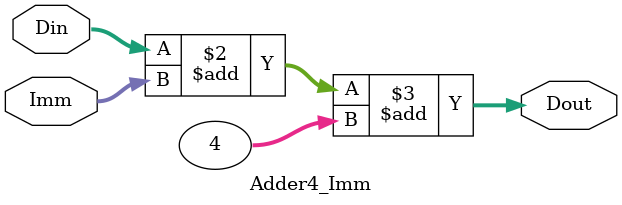
<source format=v>
`timescale 1ns / 1ps


module Adder4_Imm(
	 output reg [31:0] Dout,
	 input [31:0] Din, Imm
    );
	 
	 always @(*) begin
	 Dout = Din + Imm +4 ;
	 end


endmodule

</source>
